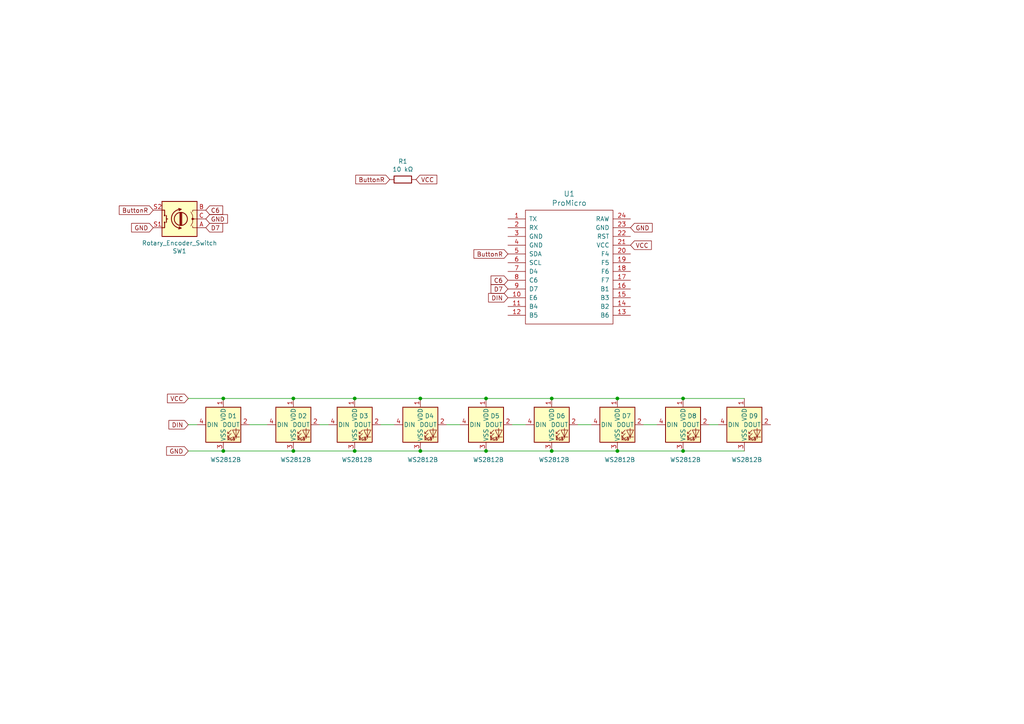
<source format=kicad_sch>
(kicad_sch (version 20211123) (generator eeschema)
  (paper "A4")
  (lib_symbols
    (symbol "Device:R" (pin_numbers hide) (pin_names (offset 0))
      (property "Reference" "R" (at 2.032 0 90))
      (property "Value" "R" (at 0 0 90))
      (symbol "R_0_1"
        (rectangle (start -1.016 -2.54) (end 1.016 2.54) (stroke (width 0.254)))
      )
      (symbol "R_1_1"
        (pin passive line (at 0 3.81 270) (length 1.27) (name "~") (number "1"))
        (pin passive line (at 0 -3.81 90) (length 1.27) (name "~") (number "2"))
      )
    )
    (symbol "Device:Rotary_Encoder_Switch" (pin_names (offset 0.254) hide)
      (property "Reference" "SW" (at 0 6.604 0))
      (property "Value" "Device_Rotary_Encoder_Switch" (at 0 -6.604 0))
      (symbol "Rotary_Encoder_Switch_0_1"
        (rectangle (start -5.08 5.08) (end 5.08 -5.08) (stroke (width 0.254)) (fill (type background)))
        (circle (center -3.81 0) (radius 0.254) (fill (type outline)))
        (arc (start -0.381 -2.794) (mid 2.3622 -0.0635) (end -0.381 2.667) (stroke (width 0.254)))
        (circle (center -0.381 0) (radius 1.905) (stroke (width 0.254)))
        (polyline (pts (xy -0.635 -1.778) (xy -0.635 1.778)) (stroke (width 0.254)))
        (polyline (pts (xy -0.381 -1.778) (xy -0.381 1.778)) (stroke (width 0.254)))
        (polyline (pts (xy -0.127 1.778) (xy -0.127 -1.778)) (stroke (width 0.254)))
        (polyline (pts (xy 3.81 0) (xy 3.429 0)) (stroke (width 0.254)))
        (polyline (pts (xy 3.81 1.016) (xy 3.81 -1.016)) (stroke (width 0.254)))
        (polyline (pts (xy -5.08 -2.54) (xy -3.81 -2.54) (xy -3.81 -2.032)))
        (polyline (pts (xy -5.08 2.54) (xy -3.81 2.54) (xy -3.81 2.032)))
        (polyline (pts (xy 0.254 -3.048) (xy -0.508 -2.794) (xy 0.127 -2.413)) (stroke (width 0.254)))
        (polyline (pts (xy 0.254 2.921) (xy -0.508 2.667) (xy 0.127 2.286)) (stroke (width 0.254)))
        (polyline (pts (xy 5.08 -2.54) (xy 4.318 -2.54) (xy 4.318 -1.016)) (stroke (width 0.254)))
        (polyline (pts (xy 5.08 2.54) (xy 4.318 2.54) (xy 4.318 1.016)) (stroke (width 0.254)))
        (polyline (pts (xy -5.08 0) (xy -3.81 0) (xy -3.81 -1.016) (xy -3.302 -2.032)))
        (polyline (pts (xy -4.318 0) (xy -3.81 0) (xy -3.81 1.016) (xy -3.302 2.032)))
        (circle (center 4.318 -1.016) (radius 0.127) (stroke (width 0.254)))
        (circle (center 4.318 1.016) (radius 0.127) (stroke (width 0.254)))
      )
      (symbol "Rotary_Encoder_Switch_1_1"
        (pin passive line (at -7.62 2.54 0) (length 2.54) (name "A") (number "A"))
        (pin passive line (at -7.62 -2.54 0) (length 2.54) (name "B") (number "B"))
        (pin passive line (at -7.62 0 0) (length 2.54) (name "C") (number "C"))
        (pin passive line (at 7.62 2.54 180) (length 2.54) (name "S1") (number "S1"))
        (pin passive line (at 7.62 -2.54 180) (length 2.54) (name "S2") (number "S2"))
      )
    )
    (symbol "LED:WS2812B" (pin_names (offset 0.254))
      (property "Reference" "D" (at 5.08 5.715 0))
      (property "Value" "WS2812B" (at 1.27 -5.715 0))
      (symbol "WS2812B_0_0"
        (text "RGB" (at 2.286 -4.191 0) (effects (font (size 0.762 0.762))))
      )
      (symbol "WS2812B_0_1"
        (polyline (pts (xy 1.27 -3.556) (xy 1.778 -3.556)))
        (polyline (pts (xy 1.27 -2.54) (xy 1.778 -2.54)))
        (polyline (pts (xy 4.699 -3.556) (xy 2.667 -3.556)))
        (polyline (pts (xy 2.286 -2.54) (xy 1.27 -3.556) (xy 1.27 -3.048)))
        (polyline (pts (xy 2.286 -1.524) (xy 1.27 -2.54) (xy 1.27 -2.032)))
        (polyline (pts (xy 3.683 -1.016) (xy 3.683 -3.556) (xy 3.683 -4.064)))
        (polyline (pts (xy 4.699 -1.524) (xy 2.667 -1.524) (xy 3.683 -3.556) (xy 4.699 -1.524)))
        (rectangle (start 5.08 5.08) (end -5.08 -5.08) (stroke (width 0.254)) (fill (type background)))
      )
      (symbol "WS2812B_1_1"
        (pin power_in line (at 0 7.62 270) (length 2.54) (name "VDD") (number "1"))
        (pin output line (at 7.62 0 180) (length 2.54) (name "DOUT") (number "2"))
        (pin power_in line (at 0 -7.62 90) (length 2.54) (name "VSS") (number "3"))
        (pin input line (at -7.62 0 0) (length 2.54) (name "DIN") (number "4"))
      )
    )
    (symbol "VolumeKnob-rescue:ProMicro-promicro" (pin_names (offset 1.016))
      (property "Reference" "U" (at 0 24.13 0))
      (property "Value" "ProMicro-promicro" (at 0 -13.97 0))
      (symbol "ProMicro-promicro_0_1"
        (rectangle (start -12.7 21.59) (end 12.7 -11.43))
      )
      (symbol "ProMicro-promicro_1_1"
        (pin bidirectional line (at -17.78 19.05 0) (length 5.08) (name "TX") (number "1"))
        (pin bidirectional line (at -17.78 -3.81 0) (length 5.08) (name "E6") (number "10"))
        (pin bidirectional line (at -17.78 -6.35 0) (length 5.08) (name "B4") (number "11"))
        (pin bidirectional line (at -17.78 -8.89 0) (length 5.08) (name "B5") (number "12"))
        (pin bidirectional line (at 17.78 -8.89 180) (length 5.08) (name "B6") (number "13"))
        (pin bidirectional line (at 17.78 -6.35 180) (length 5.08) (name "B2") (number "14"))
        (pin bidirectional line (at 17.78 -3.81 180) (length 5.08) (name "B3") (number "15"))
        (pin bidirectional line (at 17.78 -1.27 180) (length 5.08) (name "B1") (number "16"))
        (pin bidirectional line (at 17.78 1.27 180) (length 5.08) (name "F7") (number "17"))
        (pin bidirectional line (at 17.78 3.81 180) (length 5.08) (name "F6") (number "18"))
        (pin bidirectional line (at 17.78 6.35 180) (length 5.08) (name "F5") (number "19"))
        (pin bidirectional line (at -17.78 16.51 0) (length 5.08) (name "RX") (number "2"))
        (pin bidirectional line (at 17.78 8.89 180) (length 5.08) (name "F4") (number "20"))
        (pin power_in line (at 17.78 11.43 180) (length 5.08) (name "VCC") (number "21"))
        (pin input line (at 17.78 13.97 180) (length 5.08) (name "RST") (number "22"))
        (pin power_in line (at 17.78 16.51 180) (length 5.08) (name "GND") (number "23"))
        (pin power_out line (at 17.78 19.05 180) (length 5.08) (name "RAW") (number "24"))
        (pin power_in line (at -17.78 13.97 0) (length 5.08) (name "GND") (number "3"))
        (pin power_in line (at -17.78 11.43 0) (length 5.08) (name "GND") (number "4"))
        (pin bidirectional line (at -17.78 8.89 0) (length 5.08) (name "SDA") (number "5"))
        (pin bidirectional line (at -17.78 6.35 0) (length 5.08) (name "SCL") (number "6"))
        (pin bidirectional line (at -17.78 3.81 0) (length 5.08) (name "D4") (number "7"))
        (pin bidirectional line (at -17.78 1.27 0) (length 5.08) (name "C6") (number "8"))
        (pin bidirectional line (at -17.78 -1.27 0) (length 5.08) (name "D7") (number "9"))
      )
    )
  )
  (junction (at 64.77 130.81))
  (junction (at 179.07 130.81))
  (junction (at 198.12 115.57))
  (junction (at 64.77 115.57))
  (junction (at 121.92 130.81))
  (junction (at 140.97 130.81))
  (junction (at 160.02 130.81))
  (junction (at 121.92 115.57))
  (junction (at 102.87 115.57))
  (junction (at 179.07 115.57))
  (junction (at 85.09 130.81))
  (junction (at 140.97 115.57))
  (junction (at 160.02 115.57))
  (junction (at 102.87 130.81))
  (junction (at 85.09 115.57))
  (junction (at 198.12 130.81))
  (wire (pts (xy 215.9 130.81) (xy 198.12 130.81)))
  (wire (pts (xy 160.02 130.81) (xy 140.97 130.81)))
  (wire (pts (xy 64.77 115.57) (xy 85.09 115.57)))
  (wire (pts (xy 140.97 115.57) (xy 121.92 115.57)))
  (wire (pts (xy 179.07 115.57) (xy 160.02 115.57)))
  (wire (pts (xy 160.02 115.57) (xy 140.97 115.57)))
  (wire (pts (xy 85.09 115.57) (xy 102.87 115.57)))
  (wire (pts (xy 64.77 130.81) (xy 85.09 130.81)))
  (wire (pts (xy 121.92 115.57) (xy 102.87 115.57)))
  (wire (pts (xy 167.64 123.19) (xy 171.45 123.19)))
  (wire (pts (xy 85.09 130.81) (xy 102.87 130.81)))
  (wire (pts (xy 148.59 123.19) (xy 152.4 123.19)))
  (wire (pts (xy 121.92 130.81) (xy 102.87 130.81)))
  (wire (pts (xy 92.71 123.19) (xy 95.25 123.19)))
  (wire (pts (xy 198.12 130.81) (xy 179.07 130.81)))
  (wire (pts (xy 54.61 123.19) (xy 57.15 123.19)))
  (wire (pts (xy 54.61 115.57) (xy 64.77 115.57)))
  (wire (pts (xy 215.9 115.57) (xy 198.12 115.57)))
  (wire (pts (xy 198.12 115.57) (xy 179.07 115.57)))
  (wire (pts (xy 129.54 123.19) (xy 133.35 123.19)))
  (wire (pts (xy 140.97 130.81) (xy 121.92 130.81)))
  (wire (pts (xy 186.69 123.19) (xy 190.5 123.19)))
  (wire (pts (xy 72.39 123.19) (xy 77.47 123.19)))
  (wire (pts (xy 110.49 123.19) (xy 114.3 123.19)))
  (wire (pts (xy 205.74 123.19) (xy 208.28 123.19)))
  (wire (pts (xy 179.07 130.81) (xy 160.02 130.81)))
  (wire (pts (xy 54.61 130.81) (xy 64.77 130.81)))
  (global_label "GND" (shape input) (at 182.88 66.04 0) (property "Intersheet References" "${INTERSHEET_REFS}" (effects hide)))
  (global_label "C6" (shape input) (at 147.32 81.28 180) (property "Intersheet References" "${INTERSHEET_REFS}" (effects hide)))
  (global_label "ButtonR" (shape input) (at 44.45 60.96 180) (property "Intersheet References" "${INTERSHEET_REFS}" (effects hide)))
  (global_label "D7" (shape input) (at 147.32 83.82 180) (property "Intersheet References" "${INTERSHEET_REFS}" (effects hide)))
  (global_label "GND" (shape input) (at 59.69 63.5 0) (property "Intersheet References" "${INTERSHEET_REFS}" (effects hide)))
  (global_label "C6" (shape input) (at 59.69 60.96 0) (property "Intersheet References" "${INTERSHEET_REFS}" (effects hide)))
  (global_label "DIN" (shape input) (at 54.61 123.19 180) (property "Intersheet References" "${INTERSHEET_REFS}" (effects hide)))
  (global_label "GND" (shape input) (at 44.45 66.04 180) (property "Intersheet References" "${INTERSHEET_REFS}" (effects hide)))
  (global_label "ButtonR" (shape input) (at 147.32 73.66 180) (property "Intersheet References" "${INTERSHEET_REFS}" (effects hide)))
  (global_label "VCC" (shape input) (at 120.65 52.07 0) (property "Intersheet References" "${INTERSHEET_REFS}" (effects hide)))
  (global_label "DIN" (shape input) (at 147.32 86.36 180) (property "Intersheet References" "${INTERSHEET_REFS}" (effects hide)))
  (global_label "D7" (shape input) (at 59.69 66.04 0) (property "Intersheet References" "${INTERSHEET_REFS}" (effects hide)))
  (global_label "VCC" (shape input) (at 54.61 115.57 180) (property "Intersheet References" "${INTERSHEET_REFS}" (effects hide)))
  (global_label "GND" (shape input) (at 54.61 130.81 180) (property "Intersheet References" "${INTERSHEET_REFS}" (effects hide)))
  (global_label "VCC" (shape input) (at 182.88 71.12 0) (property "Intersheet References" "${INTERSHEET_REFS}" (effects hide)))
  (global_label "ButtonR" (shape input) (at 113.03 52.07 180) (property "Intersheet References" "${INTERSHEET_REFS}" (effects hide)))
  (symbol (lib_id "VolumeKnob-rescue:ProMicro-promicro") (at 165.1 82.55 0) (unit 1)
    (property "Reference" "U1" (at 165.1 56.2102 0) (effects (font (size 1.524 1.524))))
    (property "Value" "ProMicro" (at 165.1 58.9026 0) (effects (font (size 1.524 1.524))))
    (property "Footprint" "promicro:ProMicro-NoSilk" (effects hide))
  )
  (symbol (lib_id "Device:Rotary_Encoder_Switch") (at 52.07 63.5 180) (unit 1)
    (property "Reference" "SW1" (at 52.07 72.8218 0))
    (property "Value" "Rotary_Encoder_Switch" (at 52.07 70.5104 0))
    (property "Footprint" "Rotary_Encoder:RotaryEncoder_Alps_EC12E-Switch_Vertical_H20mm" (effects hide))
  )
  (symbol (lib_id "Device:R") (at 116.84 52.07 90) (unit 1)
    (property "Reference" "R1" (at 116.84 46.8122 90))
    (property "Value" "10 kΩ " (at 116.84 49.1236 90))
    (property "Footprint" "Resistor_THT:R_Axial_DIN0207_L6.3mm_D2.5mm_P10.16mm_Horizontal" (effects hide))
  )
  (symbol (lib_id "LED:WS2812B") (at 102.87 123.19 0) (unit 1)
    (property "Reference" "D3" (at 104.14 120.65 0) (effects (justify left)))
    (property "Value" "WS2812B" (at 99.06 133.35 0) (effects (justify left)))
    (property "Footprint" "LED_SMD:LED_WS2812B_PLCC4_5.0x5.0mm_P3.2mm" (effects hide))
    (property "Datasheet" "https://cdn-shop.adafruit.com/datasheets/WS2812B.pdf" (effects hide))
    (property "LCSC" "C114586" (effects hide))
  )
  (symbol (lib_id "LED:WS2812B") (at 121.92 123.19 0) (unit 1)
    (property "Reference" "D4" (at 123.19 120.65 0) (effects (justify left)))
    (property "Value" "WS2812B" (at 118.11 133.35 0) (effects (justify left)))
    (property "Footprint" "LED_SMD:LED_WS2812B_PLCC4_5.0x5.0mm_P3.2mm" (effects hide))
    (property "Datasheet" "https://cdn-shop.adafruit.com/datasheets/WS2812B.pdf" (effects hide))
    (property "LCSC" "C114586" (effects hide))
  )
  (symbol (lib_id "LED:WS2812B") (at 140.97 123.19 0) (unit 1)
    (property "Reference" "D5" (at 142.24 120.65 0) (effects (justify left)))
    (property "Value" "WS2812B" (at 137.16 133.35 0) (effects (justify left)))
    (property "Footprint" "LED_SMD:LED_WS2812B_PLCC4_5.0x5.0mm_P3.2mm" (effects hide))
    (property "Datasheet" "https://cdn-shop.adafruit.com/datasheets/WS2812B.pdf" (effects hide))
    (property "LCSC" "C114586" (effects hide))
  )
  (symbol (lib_id "LED:WS2812B") (at 160.02 123.19 0) (unit 1)
    (property "Reference" "D6" (at 161.29 120.65 0) (effects (justify left)))
    (property "Value" "WS2812B" (at 156.21 133.35 0) (effects (justify left)))
    (property "Footprint" "LED_SMD:LED_WS2812B_PLCC4_5.0x5.0mm_P3.2mm" (effects hide))
    (property "Datasheet" "https://cdn-shop.adafruit.com/datasheets/WS2812B.pdf" (effects hide))
    (property "LCSC" "C114586" (effects hide))
  )
  (symbol (lib_id "LED:WS2812B") (at 179.07 123.19 0) (unit 1)
    (property "Reference" "D7" (at 180.34 120.65 0) (effects (justify left)))
    (property "Value" "WS2812B" (at 175.26 133.35 0) (effects (justify left)))
    (property "Footprint" "LED_SMD:LED_WS2812B_PLCC4_5.0x5.0mm_P3.2mm" (effects hide))
    (property "Datasheet" "https://cdn-shop.adafruit.com/datasheets/WS2812B.pdf" (effects hide))
    (property "LCSC" "C114586" (effects hide))
  )
  (symbol (lib_id "LED:WS2812B") (at 198.12 123.19 0) (unit 1)
    (property "Reference" "D8" (at 199.39 120.65 0) (effects (justify left)))
    (property "Value" "WS2812B" (at 194.31 133.35 0) (effects (justify left)))
    (property "Footprint" "LED_SMD:LED_WS2812B_PLCC4_5.0x5.0mm_P3.2mm" (effects hide))
    (property "Datasheet" "https://cdn-shop.adafruit.com/datasheets/WS2812B.pdf" (effects hide))
    (property "LCSC" "C114586" (effects hide))
  )
  (symbol (lib_id "LED:WS2812B") (at 215.9 123.19 0) (unit 1)
    (property "Reference" "D9" (at 217.17 120.65 0) (effects (justify left)))
    (property "Value" "WS2812B" (at 212.09 133.35 0) (effects (justify left)))
    (property "Footprint" "LED_SMD:LED_WS2812B_PLCC4_5.0x5.0mm_P3.2mm" (effects hide))
    (property "Datasheet" "https://cdn-shop.adafruit.com/datasheets/WS2812B.pdf" (effects hide))
    (property "LCSC" "C114586" (effects hide))
  )
  (symbol (lib_id "LED:WS2812B") (at 64.77 123.19 0) (unit 1)
    (property "Reference" "D1" (at 66.04 120.65 0) (effects (justify left)))
    (property "Value" "WS2812B" (at 60.96 133.35 0) (effects (justify left)))
    (property "Footprint" "LED_SMD:LED_WS2812B_PLCC4_5.0x5.0mm_P3.2mm" (effects hide))
    (property "Datasheet" "https://cdn-shop.adafruit.com/datasheets/WS2812B.pdf" (effects hide))
    (property "LCSC" "C114586" (effects hide))
  )
  (symbol (lib_id "LED:WS2812B") (at 85.09 123.19 0) (unit 1)
    (property "Reference" "D2" (at 86.36 120.65 0) (effects (justify left)))
    (property "Value" "WS2812B" (at 81.28 133.35 0) (effects (justify left)))
    (property "Footprint" "LED_SMD:LED_WS2812B_PLCC4_5.0x5.0mm_P3.2mm" (effects hide))
    (property "Datasheet" "https://cdn-shop.adafruit.com/datasheets/WS2812B.pdf" (effects hide))
    (property "LCSC" "C114586" (effects hide))
  )
)
</source>
